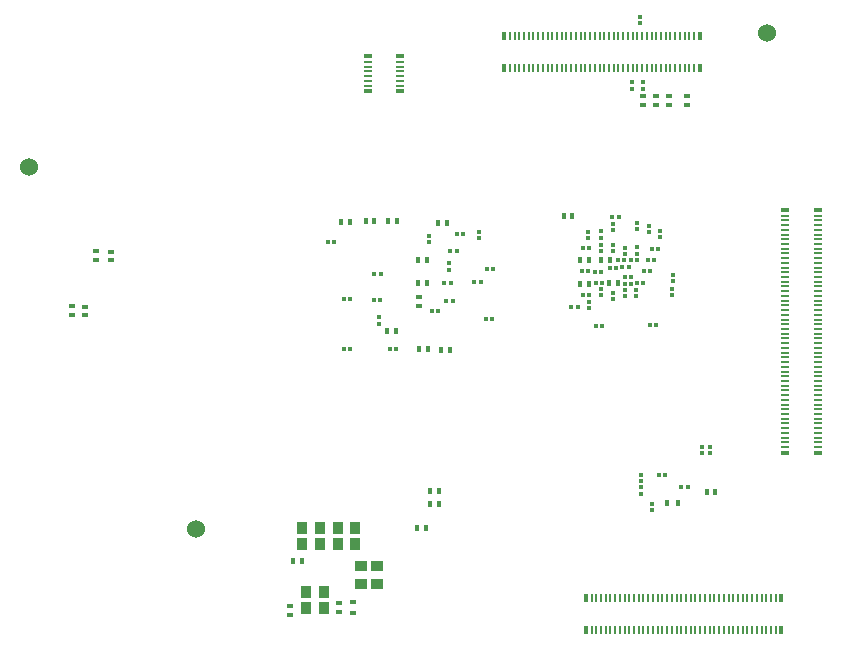
<source format=gbp>
G04*
G04 #@! TF.GenerationSoftware,Altium Limited,Altium Designer,25.7.1 (20)*
G04*
G04 Layer_Color=6710886*
%FSLAX44Y44*%
%MOMM*%
G71*
G04*
G04 #@! TF.SameCoordinates,73AB98AC-F87E-4787-825B-23B2420A13CA*
G04*
G04*
G04 #@! TF.FilePolarity,Positive*
G04*
G01*
G75*
%ADD25R,0.3048X0.3048*%
%ADD38R,0.4572X0.6096*%
%ADD43R,0.4572X0.5080*%
%ADD44R,0.5080X0.4572*%
%ADD45R,0.9906X0.8128*%
%ADD46R,0.8128X0.9906*%
%ADD48R,0.3048X0.3048*%
%ADD51R,0.6096X0.4572*%
%ADD92R,0.6858X0.2032*%
%ADD93R,0.6858X0.3556*%
%ADD94R,0.3556X0.6858*%
%ADD95R,0.2032X0.6858*%
%ADD96C,1.5240*%
D25*
X560781Y214714D02*
D03*
X566120D02*
D03*
X585282Y204808D02*
D03*
X579943D02*
D03*
X526854Y433659D02*
D03*
X521515D02*
D03*
X554845Y406580D02*
D03*
X560184D02*
D03*
X547909Y377419D02*
D03*
X542569D02*
D03*
X548343Y387365D02*
D03*
X553682D02*
D03*
X551635Y396875D02*
D03*
X556974D02*
D03*
X535468Y391180D02*
D03*
X530129D02*
D03*
X537004Y396786D02*
D03*
X542343D02*
D03*
X526158Y396525D02*
D03*
X531497D02*
D03*
X507533Y341262D02*
D03*
X512872D02*
D03*
X553164Y342087D02*
D03*
X558503D02*
D03*
X501757Y367106D02*
D03*
X496418D02*
D03*
X506971Y386730D02*
D03*
X512310D02*
D03*
X501980Y406928D02*
D03*
X496641D02*
D03*
X501386Y387365D02*
D03*
X496047D02*
D03*
X373954Y353715D02*
D03*
X368615D02*
D03*
X389707Y419255D02*
D03*
X395046D02*
D03*
X386309Y362171D02*
D03*
X380970D02*
D03*
X325443Y385303D02*
D03*
X320103D02*
D03*
X338397Y321879D02*
D03*
X333058D02*
D03*
X325219Y363159D02*
D03*
X319880D02*
D03*
X384818Y377175D02*
D03*
X379478D02*
D03*
X404650Y378173D02*
D03*
X409989D02*
D03*
X414640Y346995D02*
D03*
X419979D02*
D03*
X286215Y411968D02*
D03*
X280876D02*
D03*
X299364Y363525D02*
D03*
X294025D02*
D03*
X389761Y404297D02*
D03*
X384421D02*
D03*
X299522Y321516D02*
D03*
X294183D02*
D03*
X507860Y377378D02*
D03*
X513199D02*
D03*
X519308Y390355D02*
D03*
X524647D02*
D03*
X415392Y389308D02*
D03*
X420731D02*
D03*
X492166Y357045D02*
D03*
X486827D02*
D03*
D38*
X577197Y191077D02*
D03*
X567698D02*
D03*
D43*
X251419Y142042D02*
D03*
X258917D02*
D03*
X364119Y170376D02*
D03*
X356621D02*
D03*
X367370Y201000D02*
D03*
X374868D02*
D03*
X374871Y189928D02*
D03*
X367373D02*
D03*
X512229Y396565D02*
D03*
X519727D02*
D03*
X502089Y376951D02*
D03*
X494591D02*
D03*
X320109Y430281D02*
D03*
X312610D02*
D03*
X384333Y320932D02*
D03*
X376834D02*
D03*
X365204Y321140D02*
D03*
X357706D02*
D03*
X299296Y429113D02*
D03*
X291798D02*
D03*
X608881Y200050D02*
D03*
X601383D02*
D03*
X357223Y396852D02*
D03*
X364721D02*
D03*
X364830Y377602D02*
D03*
X357332D02*
D03*
X338902Y430121D02*
D03*
X331404D02*
D03*
X494561Y396941D02*
D03*
X502059D02*
D03*
X526341Y377259D02*
D03*
X518843D02*
D03*
X373695Y428615D02*
D03*
X381193D02*
D03*
X480266Y434393D02*
D03*
X487764D02*
D03*
X338724Y336862D02*
D03*
X331226D02*
D03*
D44*
X249090Y104008D02*
D03*
Y96510D02*
D03*
X290459Y98618D02*
D03*
Y106116D02*
D03*
X357774Y365465D02*
D03*
Y357967D02*
D03*
X547464Y528371D02*
D03*
Y535869D02*
D03*
X558429Y535897D02*
D03*
Y528399D02*
D03*
X585147Y528320D02*
D03*
Y535818D02*
D03*
X569280Y535978D02*
D03*
Y528480D02*
D03*
X75209Y349913D02*
D03*
Y357411D02*
D03*
X64419Y357784D02*
D03*
Y350286D02*
D03*
X97028Y396494D02*
D03*
Y403992D02*
D03*
X84158Y404421D02*
D03*
Y396923D02*
D03*
D45*
X308846Y137533D02*
D03*
X322562D02*
D03*
X309049Y122385D02*
D03*
X322765D02*
D03*
D46*
X277243Y115753D02*
D03*
Y102037D02*
D03*
X303626Y156662D02*
D03*
Y170378D02*
D03*
X288927Y156594D02*
D03*
Y170310D02*
D03*
X274089Y156545D02*
D03*
Y170261D02*
D03*
X262331Y115755D02*
D03*
Y102039D02*
D03*
X259022Y169890D02*
D03*
Y156174D02*
D03*
D48*
X545874Y204480D02*
D03*
Y199141D02*
D03*
X545953Y215054D02*
D03*
Y209715D02*
D03*
X555244Y184981D02*
D03*
Y190320D02*
D03*
X562061Y416347D02*
D03*
Y421686D02*
D03*
X542516Y422968D02*
D03*
Y428307D02*
D03*
X552506Y420693D02*
D03*
Y426032D02*
D03*
X547228Y547268D02*
D03*
Y541929D02*
D03*
X511678Y415691D02*
D03*
Y421030D02*
D03*
X522099Y363766D02*
D03*
Y369105D02*
D03*
X501249Y415567D02*
D03*
Y420906D02*
D03*
X502021Y361523D02*
D03*
Y356184D02*
D03*
X522326Y409943D02*
D03*
Y404604D02*
D03*
X511678Y409870D02*
D03*
Y404531D02*
D03*
X541851Y366004D02*
D03*
Y371343D02*
D03*
X597365Y233611D02*
D03*
Y238951D02*
D03*
X532648Y406949D02*
D03*
Y401610D02*
D03*
X542496Y407502D02*
D03*
Y402163D02*
D03*
X537032Y382201D02*
D03*
Y376862D02*
D03*
X532094Y382227D02*
D03*
Y376888D02*
D03*
X532607Y366326D02*
D03*
Y371665D02*
D03*
X572547Y378739D02*
D03*
Y384078D02*
D03*
X512376Y366898D02*
D03*
Y372237D02*
D03*
X383560Y388826D02*
D03*
Y394165D02*
D03*
X366270Y417375D02*
D03*
Y412036D02*
D03*
X408557Y415427D02*
D03*
Y420766D02*
D03*
X603921Y233599D02*
D03*
Y238938D02*
D03*
X571993Y366989D02*
D03*
Y372328D02*
D03*
X522503Y427345D02*
D03*
Y422006D02*
D03*
X545318Y602511D02*
D03*
Y597172D02*
D03*
X324221Y348341D02*
D03*
Y343002D02*
D03*
X538190Y547202D02*
D03*
Y541863D02*
D03*
D51*
X302036Y107571D02*
D03*
Y98072D02*
D03*
D92*
X667982Y254445D02*
D03*
Y258442D02*
D03*
Y262443D02*
D03*
Y266444D02*
D03*
Y270444D02*
D03*
Y274445D02*
D03*
Y278442D02*
D03*
Y282443D02*
D03*
Y286443D02*
D03*
Y290444D02*
D03*
Y294444D02*
D03*
Y298442D02*
D03*
Y302443D02*
D03*
Y306443D02*
D03*
Y310444D02*
D03*
Y314444D02*
D03*
Y318442D02*
D03*
Y322443D02*
D03*
Y326443D02*
D03*
Y330444D02*
D03*
Y334444D02*
D03*
Y338442D02*
D03*
Y342443D02*
D03*
Y346443D02*
D03*
Y350444D02*
D03*
Y354444D02*
D03*
Y358442D02*
D03*
Y362443D02*
D03*
Y366443D02*
D03*
Y370444D02*
D03*
Y374444D02*
D03*
Y378442D02*
D03*
Y382443D02*
D03*
Y386443D02*
D03*
Y390444D02*
D03*
Y394444D02*
D03*
Y398442D02*
D03*
Y402443D02*
D03*
Y406443D02*
D03*
Y410444D02*
D03*
Y414444D02*
D03*
Y418442D02*
D03*
Y422443D02*
D03*
Y426443D02*
D03*
Y430444D02*
D03*
Y434444D02*
D03*
Y238442D02*
D03*
Y242443D02*
D03*
Y246444D02*
D03*
Y250444D02*
D03*
X695338Y254445D02*
D03*
Y258442D02*
D03*
Y262443D02*
D03*
Y266444D02*
D03*
Y270444D02*
D03*
Y274445D02*
D03*
Y278442D02*
D03*
Y282443D02*
D03*
Y286443D02*
D03*
Y290444D02*
D03*
Y294444D02*
D03*
Y298442D02*
D03*
Y302443D02*
D03*
Y306443D02*
D03*
Y310444D02*
D03*
Y314444D02*
D03*
Y318442D02*
D03*
Y322443D02*
D03*
Y326443D02*
D03*
Y330444D02*
D03*
Y334444D02*
D03*
Y338442D02*
D03*
Y342443D02*
D03*
Y346443D02*
D03*
Y350444D02*
D03*
Y354444D02*
D03*
Y358442D02*
D03*
Y362443D02*
D03*
Y366443D02*
D03*
Y370444D02*
D03*
Y374444D02*
D03*
Y378442D02*
D03*
Y382443D02*
D03*
Y386443D02*
D03*
Y390444D02*
D03*
Y394444D02*
D03*
Y398442D02*
D03*
Y402443D02*
D03*
Y406443D02*
D03*
Y410444D02*
D03*
Y414444D02*
D03*
Y418442D02*
D03*
Y422443D02*
D03*
Y426443D02*
D03*
Y430444D02*
D03*
Y434444D02*
D03*
Y238442D02*
D03*
Y242443D02*
D03*
Y246444D02*
D03*
Y250444D02*
D03*
X342232Y564576D02*
D03*
Y560575D02*
D03*
Y556575D02*
D03*
Y552577D02*
D03*
Y548577D02*
D03*
Y544576D02*
D03*
X314876Y564576D02*
D03*
Y560575D02*
D03*
Y556575D02*
D03*
Y552577D02*
D03*
Y548577D02*
D03*
Y544576D02*
D03*
D93*
X667982Y439194D02*
D03*
Y233693D02*
D03*
X695338Y439194D02*
D03*
Y233693D02*
D03*
X342232Y569326D02*
D03*
Y539826D02*
D03*
X314876Y569326D02*
D03*
Y539826D02*
D03*
D94*
X499222Y83213D02*
D03*
Y110569D02*
D03*
X664723Y83213D02*
D03*
Y110569D02*
D03*
X595536Y586461D02*
D03*
Y559105D02*
D03*
X430035Y586461D02*
D03*
Y559105D02*
D03*
D95*
X503972Y83213D02*
D03*
Y110569D02*
D03*
X507972Y83213D02*
D03*
Y110569D02*
D03*
X511973Y83213D02*
D03*
Y110569D02*
D03*
X515973Y83213D02*
D03*
Y110569D02*
D03*
X519974Y83213D02*
D03*
Y110569D02*
D03*
X523971Y83213D02*
D03*
Y110569D02*
D03*
X527972Y83213D02*
D03*
Y110569D02*
D03*
X531973Y83213D02*
D03*
Y110569D02*
D03*
X535973Y83213D02*
D03*
Y110569D02*
D03*
X539973Y83213D02*
D03*
Y110569D02*
D03*
X543971Y83213D02*
D03*
Y110569D02*
D03*
X547972Y83213D02*
D03*
Y110569D02*
D03*
X551973Y83213D02*
D03*
Y110569D02*
D03*
X555973Y83213D02*
D03*
Y110569D02*
D03*
X559973Y83213D02*
D03*
Y110569D02*
D03*
X563971Y83213D02*
D03*
Y110569D02*
D03*
X567972Y83213D02*
D03*
Y110569D02*
D03*
X571972Y83213D02*
D03*
Y110569D02*
D03*
X575973Y83213D02*
D03*
Y110569D02*
D03*
X579973Y83213D02*
D03*
Y110569D02*
D03*
X583971Y83213D02*
D03*
Y110569D02*
D03*
X587972Y83213D02*
D03*
Y110569D02*
D03*
X591972Y83213D02*
D03*
Y110569D02*
D03*
X595973Y83213D02*
D03*
Y110569D02*
D03*
X599973Y83213D02*
D03*
Y110569D02*
D03*
X603971Y83213D02*
D03*
Y110569D02*
D03*
X607972Y83213D02*
D03*
Y110569D02*
D03*
X611972Y83213D02*
D03*
Y110569D02*
D03*
X615973Y83213D02*
D03*
Y110569D02*
D03*
X619973Y83213D02*
D03*
Y110569D02*
D03*
X623971Y83213D02*
D03*
Y110569D02*
D03*
X627972Y83213D02*
D03*
Y110569D02*
D03*
X631972Y83213D02*
D03*
Y110569D02*
D03*
X635973Y83213D02*
D03*
Y110569D02*
D03*
X639973Y83213D02*
D03*
Y110569D02*
D03*
X643971Y83213D02*
D03*
Y110569D02*
D03*
X647972Y83213D02*
D03*
Y110569D02*
D03*
X651972Y83213D02*
D03*
Y110569D02*
D03*
X655973Y83213D02*
D03*
Y110569D02*
D03*
X659973Y83213D02*
D03*
Y110569D02*
D03*
X590786Y586461D02*
D03*
Y559105D02*
D03*
X586786Y586461D02*
D03*
Y559105D02*
D03*
X582785Y586461D02*
D03*
Y559105D02*
D03*
X578785Y586461D02*
D03*
Y559105D02*
D03*
X574784Y586461D02*
D03*
Y559105D02*
D03*
X570786Y586461D02*
D03*
Y559105D02*
D03*
X566786Y586461D02*
D03*
Y559105D02*
D03*
X562785Y586461D02*
D03*
Y559105D02*
D03*
X558785Y586461D02*
D03*
Y559105D02*
D03*
X554784Y586461D02*
D03*
Y559105D02*
D03*
X550786Y586461D02*
D03*
Y559105D02*
D03*
X546786Y586461D02*
D03*
Y559105D02*
D03*
X542785Y586461D02*
D03*
Y559105D02*
D03*
X538785Y586461D02*
D03*
Y559105D02*
D03*
X534784Y586461D02*
D03*
Y559105D02*
D03*
X530786Y586461D02*
D03*
Y559105D02*
D03*
X526786Y586461D02*
D03*
Y559105D02*
D03*
X522785Y586461D02*
D03*
Y559105D02*
D03*
X518785Y586461D02*
D03*
Y559105D02*
D03*
X514784Y586461D02*
D03*
Y559105D02*
D03*
X510786Y586461D02*
D03*
Y559105D02*
D03*
X506786Y586461D02*
D03*
Y559105D02*
D03*
X502785Y586461D02*
D03*
Y559105D02*
D03*
X498785Y586461D02*
D03*
Y559105D02*
D03*
X494784Y586461D02*
D03*
Y559105D02*
D03*
X490786Y586461D02*
D03*
Y559105D02*
D03*
X486786Y586461D02*
D03*
Y559105D02*
D03*
X482785Y586461D02*
D03*
Y559105D02*
D03*
X478785Y586461D02*
D03*
Y559105D02*
D03*
X474784Y586461D02*
D03*
Y559105D02*
D03*
X470787Y586461D02*
D03*
Y559105D02*
D03*
X466786Y586461D02*
D03*
Y559105D02*
D03*
X462785Y586461D02*
D03*
Y559105D02*
D03*
X458785Y586461D02*
D03*
Y559105D02*
D03*
X454785Y586461D02*
D03*
Y559105D02*
D03*
X450787Y586461D02*
D03*
Y559105D02*
D03*
X446786Y586461D02*
D03*
Y559105D02*
D03*
X442785Y586461D02*
D03*
Y559105D02*
D03*
X438785Y586461D02*
D03*
Y559105D02*
D03*
X434785Y586461D02*
D03*
Y559105D02*
D03*
D96*
X169372Y169266D02*
D03*
X652729Y589006D02*
D03*
X27742Y475457D02*
D03*
M02*

</source>
